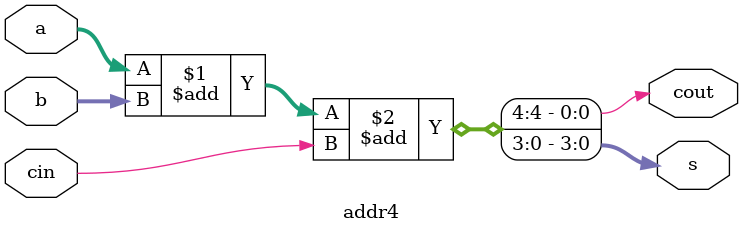
<source format=v>
module addr4 (a, b, cin, s, cout);
	input [3:0] a, b;
	input cin;
	output [3:0] s;
	output cout;

	assign {cout, s} = a + b + cin;
endmodule

</source>
